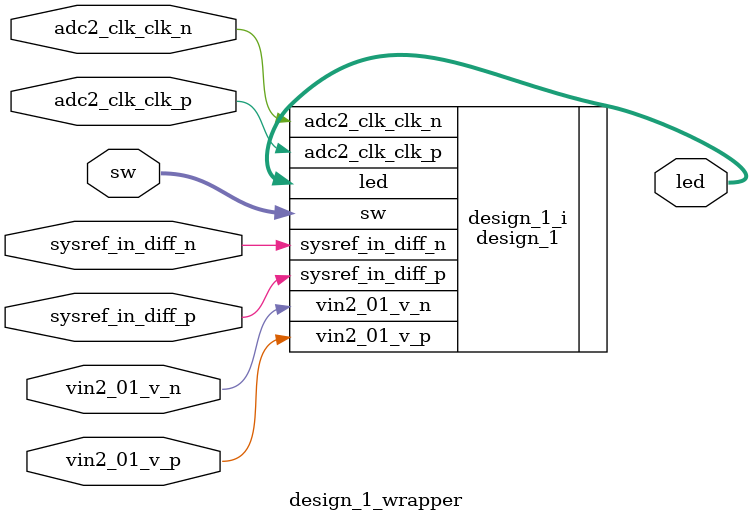
<source format=v>
`timescale 1 ps / 1 ps

module design_1_wrapper
   (adc2_clk_clk_n,
    adc2_clk_clk_p,
    led,
    sw,
    sysref_in_diff_n,
    sysref_in_diff_p,
    vin2_01_v_n,
    vin2_01_v_p);
  input adc2_clk_clk_n;
  input adc2_clk_clk_p;
  output [3:0]led;
  input [3:0]sw;
  input sysref_in_diff_n;
  input sysref_in_diff_p;
  input vin2_01_v_n;
  input vin2_01_v_p;

  wire adc2_clk_clk_n;
  wire adc2_clk_clk_p;
  wire [3:0]led;
  wire [3:0]sw;
  wire sysref_in_diff_n;
  wire sysref_in_diff_p;
  wire vin2_01_v_n;
  wire vin2_01_v_p;

  design_1 design_1_i
       (.adc2_clk_clk_n(adc2_clk_clk_n),
        .adc2_clk_clk_p(adc2_clk_clk_p),
        .led(led),
        .sw(sw),
        .sysref_in_diff_n(sysref_in_diff_n),
        .sysref_in_diff_p(sysref_in_diff_p),
        .vin2_01_v_n(vin2_01_v_n),
        .vin2_01_v_p(vin2_01_v_p));
endmodule

</source>
